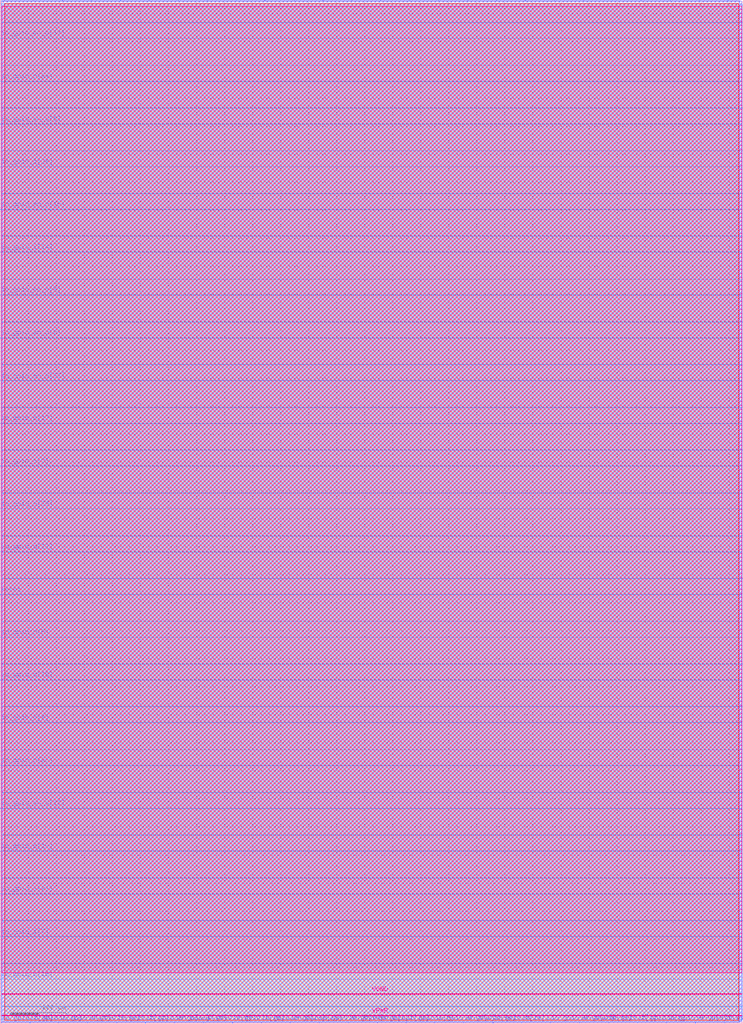
<source format=lef>
VERSION 5.7 ;
  NOWIREEXTENSIONATPIN ON ;
  DIVIDERCHAR "/" ;
  BUSBITCHARS "[]" ;
MACRO Ibtida_top_dffram_cv
  CLASS BLOCK ;
  FOREIGN Ibtida_top_dffram_cv ;
  ORIGIN 0.000 0.000 ;
  SIZE 2650.000 BY 3650.000 ;
  PIN clock
    DIRECTION INPUT ;
    PORT
      LAYER met3 ;
        RECT 2646.000 3568.680 2650.000 3569.280 ;
    END
  END clock
  PIN io_gpio_en_o[0]
    DIRECTION OUTPUT TRISTATE ;
    PORT
      LAYER met3 ;
        RECT 0.000 2443.960 4.000 2444.560 ;
    END
  END io_gpio_en_o[0]
  PIN io_gpio_en_o[10]
    DIRECTION OUTPUT TRISTATE ;
    PORT
      LAYER met2 ;
        RECT 118.770 3646.000 119.050 3650.000 ;
    END
  END io_gpio_en_o[10]
  PIN io_gpio_en_o[11]
    DIRECTION OUTPUT TRISTATE ;
    PORT
      LAYER met2 ;
        RECT 1667.130 3646.000 1667.410 3650.000 ;
    END
  END io_gpio_en_o[11]
  PIN io_gpio_en_o[12]
    DIRECTION OUTPUT TRISTATE ;
    PORT
      LAYER met3 ;
        RECT 0.000 765.720 4.000 766.320 ;
    END
  END io_gpio_en_o[12]
  PIN io_gpio_en_o[13]
    DIRECTION OUTPUT TRISTATE ;
    PORT
      LAYER met2 ;
        RECT 931.130 0.000 931.410 4.000 ;
    END
  END io_gpio_en_o[13]
  PIN io_gpio_en_o[14]
    DIRECTION OUTPUT TRISTATE ;
    PORT
      LAYER met2 ;
        RECT 1138.130 0.000 1138.410 4.000 ;
    END
  END io_gpio_en_o[14]
  PIN io_gpio_en_o[15]
    DIRECTION OUTPUT TRISTATE ;
    PORT
      LAYER met3 ;
        RECT 2646.000 1585.800 2650.000 1586.400 ;
    END
  END io_gpio_en_o[15]
  PIN io_gpio_en_o[16]
    DIRECTION OUTPUT TRISTATE ;
    PORT
      LAYER met3 ;
        RECT 2646.000 3416.360 2650.000 3416.960 ;
    END
  END io_gpio_en_o[16]
  PIN io_gpio_en_o[17]
    DIRECTION OUTPUT TRISTATE ;
    PORT
      LAYER met3 ;
        RECT 0.000 3512.920 4.000 3513.520 ;
    END
  END io_gpio_en_o[17]
  PIN io_gpio_en_o[18]
    DIRECTION OUTPUT TRISTATE ;
    PORT
      LAYER met3 ;
        RECT 0.000 2902.280 4.000 2902.880 ;
    END
  END io_gpio_en_o[18]
  PIN io_gpio_en_o[19]
    DIRECTION OUTPUT TRISTATE ;
    PORT
      LAYER met3 ;
        RECT 2646.000 2653.400 2650.000 2654.000 ;
    END
  END io_gpio_en_o[19]
  PIN io_gpio_en_o[1]
    DIRECTION OUTPUT TRISTATE ;
    PORT
      LAYER met2 ;
        RECT 1241.170 0.000 1241.450 4.000 ;
    END
  END io_gpio_en_o[1]
  PIN io_gpio_en_o[20]
    DIRECTION OUTPUT TRISTATE ;
    PORT
      LAYER met2 ;
        RECT 2183.250 3646.000 2183.530 3650.000 ;
    END
  END io_gpio_en_o[20]
  PIN io_gpio_en_o[21]
    DIRECTION OUTPUT TRISTATE ;
    PORT
      LAYER met3 ;
        RECT 2646.000 1128.840 2650.000 1129.440 ;
    END
  END io_gpio_en_o[21]
  PIN io_gpio_en_o[22]
    DIRECTION OUTPUT TRISTATE ;
    PORT
      LAYER met3 ;
        RECT 0.000 2291.640 4.000 2292.240 ;
    END
  END io_gpio_en_o[22]
  PIN io_gpio_en_o[23]
    DIRECTION OUTPUT TRISTATE ;
    PORT
      LAYER met2 ;
        RECT 221.810 3646.000 222.090 3650.000 ;
    END
  END io_gpio_en_o[23]
  PIN io_gpio_en_o[24]
    DIRECTION OUTPUT TRISTATE ;
    PORT
      LAYER met3 ;
        RECT 2646.000 3264.040 2650.000 3264.640 ;
    END
  END io_gpio_en_o[24]
  PIN io_gpio_en_o[25]
    DIRECTION OUTPUT TRISTATE ;
    PORT
      LAYER met2 ;
        RECT 1963.370 0.000 1963.650 4.000 ;
    END
  END io_gpio_en_o[25]
  PIN io_gpio_en_o[26]
    DIRECTION OUTPUT TRISTATE ;
    PORT
      LAYER met2 ;
        RECT 2582.530 0.000 2582.810 4.000 ;
    END
  END io_gpio_en_o[26]
  PIN io_gpio_en_o[27]
    DIRECTION OUTPUT TRISTATE ;
    PORT
      LAYER met2 ;
        RECT 634.890 3646.000 635.170 3650.000 ;
    END
  END io_gpio_en_o[27]
  PIN io_gpio_en_o[28]
    DIRECTION OUTPUT TRISTATE ;
    PORT
      LAYER met3 ;
        RECT 2646.000 2044.120 2650.000 2044.720 ;
    END
  END io_gpio_en_o[28]
  PIN io_gpio_en_o[29]
    DIRECTION OUTPUT TRISTATE ;
    PORT
      LAYER met2 ;
        RECT 2286.290 3646.000 2286.570 3650.000 ;
    END
  END io_gpio_en_o[29]
  PIN io_gpio_en_o[2]
    DIRECTION OUTPUT TRISTATE ;
    PORT
      LAYER met2 ;
        RECT 1550.290 0.000 1550.570 4.000 ;
    END
  END io_gpio_en_o[2]
  PIN io_gpio_en_o[30]
    DIRECTION OUTPUT TRISTATE ;
    PORT
      LAYER met2 ;
        RECT 15.730 3646.000 16.010 3650.000 ;
    END
  END io_gpio_en_o[30]
  PIN io_gpio_en_o[31]
    DIRECTION OUTPUT TRISTATE ;
    PORT
      LAYER met2 ;
        RECT 518.050 0.000 518.330 4.000 ;
    END
  END io_gpio_en_o[31]
  PIN io_gpio_en_o[3]
    DIRECTION OUTPUT TRISTATE ;
    PORT
      LAYER met3 ;
        RECT 2646.000 1738.120 2650.000 1738.720 ;
    END
  END io_gpio_en_o[3]
  PIN io_gpio_en_o[4]
    DIRECTION OUTPUT TRISTATE ;
    PORT
      LAYER met2 ;
        RECT 1460.130 3646.000 1460.410 3650.000 ;
    END
  END io_gpio_en_o[4]
  PIN io_gpio_en_o[5]
    DIRECTION OUTPUT TRISTATE ;
    PORT
      LAYER met3 ;
        RECT 0.000 2597.640 4.000 2598.240 ;
    END
  END io_gpio_en_o[5]
  PIN io_gpio_en_o[6]
    DIRECTION OUTPUT TRISTATE ;
    PORT
      LAYER met3 ;
        RECT 0.000 3206.920 4.000 3207.520 ;
    END
  END io_gpio_en_o[6]
  PIN io_gpio_en_o[7]
    DIRECTION OUTPUT TRISTATE ;
    PORT
      LAYER met2 ;
        RECT 1770.170 3646.000 1770.450 3650.000 ;
    END
  END io_gpio_en_o[7]
  PIN io_gpio_en_o[8]
    DIRECTION OUTPUT TRISTATE ;
    PORT
      LAYER met2 ;
        RECT 2376.450 0.000 2376.730 4.000 ;
    END
  END io_gpio_en_o[8]
  PIN io_gpio_en_o[9]
    DIRECTION OUTPUT TRISTATE ;
    PORT
      LAYER met2 ;
        RECT 944.010 3646.000 944.290 3650.000 ;
    END
  END io_gpio_en_o[9]
  PIN io_gpio_i[0]
    DIRECTION INPUT ;
    PORT
      LAYER met3 ;
        RECT 2646.000 59.880 2650.000 60.480 ;
    END
  END io_gpio_i[0]
  PIN io_gpio_i[10]
    DIRECTION INPUT ;
    PORT
      LAYER met2 ;
        RECT 1357.090 3646.000 1357.370 3650.000 ;
    END
  END io_gpio_i[10]
  PIN io_gpio_i[11]
    DIRECTION INPUT ;
    PORT
      LAYER met2 ;
        RECT 415.010 0.000 415.290 4.000 ;
    END
  END io_gpio_i[11]
  PIN io_gpio_i[12]
    DIRECTION INPUT ;
    PORT
      LAYER met2 ;
        RECT 311.970 0.000 312.250 4.000 ;
    END
  END io_gpio_i[12]
  PIN io_gpio_i[13]
    DIRECTION INPUT ;
    PORT
      LAYER met2 ;
        RECT 1344.210 0.000 1344.490 4.000 ;
    END
  END io_gpio_i[13]
  PIN io_gpio_i[14]
    DIRECTION INPUT ;
    PORT
      LAYER met3 ;
        RECT 0.000 2749.960 4.000 2750.560 ;
    END
  END io_gpio_i[14]
  PIN io_gpio_i[15]
    DIRECTION INPUT ;
    PORT
      LAYER met2 ;
        RECT 828.090 0.000 828.370 4.000 ;
    END
  END io_gpio_i[15]
  PIN io_gpio_i[16]
    DIRECTION INPUT ;
    PORT
      LAYER met2 ;
        RECT 622.010 0.000 622.290 4.000 ;
    END
  END io_gpio_i[16]
  PIN io_gpio_i[17]
    DIRECTION INPUT ;
    PORT
      LAYER met3 ;
        RECT 2646.000 3111.720 2650.000 3112.320 ;
    END
  END io_gpio_i[17]
  PIN io_gpio_i[18]
    DIRECTION INPUT ;
    PORT
      LAYER met2 ;
        RECT 105.890 0.000 106.170 4.000 ;
    END
  END io_gpio_i[18]
  PIN io_gpio_i[19]
    DIRECTION INPUT ;
    PORT
      LAYER met3 ;
        RECT 2646.000 975.160 2650.000 975.760 ;
    END
  END io_gpio_i[19]
  PIN io_gpio_i[1]
    DIRECTION INPUT ;
    PORT
      LAYER met2 ;
        RECT 2169.450 0.000 2169.730 4.000 ;
    END
  END io_gpio_i[1]
  PIN io_gpio_i[20]
    DIRECTION INPUT ;
    PORT
      LAYER met2 ;
        RECT 2595.410 3646.000 2595.690 3650.000 ;
    END
  END io_gpio_i[20]
  PIN io_gpio_i[21]
    DIRECTION INPUT ;
    PORT
      LAYER met3 ;
        RECT 0.000 461.080 4.000 461.680 ;
    END
  END io_gpio_i[21]
  PIN io_gpio_i[22]
    DIRECTION INPUT ;
    PORT
      LAYER met3 ;
        RECT 2646.000 822.840 2650.000 823.440 ;
    END
  END io_gpio_i[22]
  PIN io_gpio_i[23]
    DIRECTION INPUT ;
    PORT
      LAYER met2 ;
        RECT 2479.490 0.000 2479.770 4.000 ;
    END
  END io_gpio_i[23]
  PIN io_gpio_i[24]
    DIRECTION INPUT ;
    PORT
      LAYER met3 ;
        RECT 0.000 3054.600 4.000 3055.200 ;
    END
  END io_gpio_i[24]
  PIN io_gpio_i[25]
    DIRECTION INPUT ;
    PORT
      LAYER met2 ;
        RECT 1976.250 3646.000 1976.530 3650.000 ;
    END
  END io_gpio_i[25]
  PIN io_gpio_i[26]
    DIRECTION INPUT ;
    PORT
      LAYER met3 ;
        RECT 2646.000 670.520 2650.000 671.120 ;
    END
  END io_gpio_i[26]
  PIN io_gpio_i[27]
    DIRECTION INPUT ;
    PORT
      LAYER met3 ;
        RECT 2646.000 518.200 2650.000 518.800 ;
    END
  END io_gpio_i[27]
  PIN io_gpio_i[28]
    DIRECTION INPUT ;
    PORT
      LAYER met2 ;
        RECT 2492.370 3646.000 2492.650 3650.000 ;
    END
  END io_gpio_i[28]
  PIN io_gpio_i[29]
    DIRECTION INPUT ;
    PORT
      LAYER met3 ;
        RECT 2646.000 2348.760 2650.000 2349.360 ;
    END
  END io_gpio_i[29]
  PIN io_gpio_i[2]
    DIRECTION INPUT ;
    PORT
      LAYER met3 ;
        RECT 0.000 1987.000 4.000 1987.600 ;
    END
  END io_gpio_i[2]
  PIN io_gpio_i[30]
    DIRECTION INPUT ;
    PORT
      LAYER met2 ;
        RECT 2.850 0.000 3.130 4.000 ;
    END
  END io_gpio_i[30]
  PIN io_gpio_i[31]
    DIRECTION INPUT ;
    PORT
      LAYER met2 ;
        RECT 1047.970 3646.000 1048.250 3650.000 ;
    END
  END io_gpio_i[31]
  PIN io_gpio_i[3]
    DIRECTION INPUT ;
    PORT
      LAYER met2 ;
        RECT 725.050 0.000 725.330 4.000 ;
    END
  END io_gpio_i[3]
  PIN io_gpio_i[4]
    DIRECTION INPUT ;
    PORT
      LAYER met2 ;
        RECT 1254.050 3646.000 1254.330 3650.000 ;
    END
  END io_gpio_i[4]
  PIN io_gpio_i[5]
    DIRECTION INPUT ;
    PORT
      LAYER met2 ;
        RECT 1151.010 3646.000 1151.290 3650.000 ;
    END
  END io_gpio_i[5]
  PIN io_gpio_i[6]
    DIRECTION INPUT ;
    PORT
      LAYER met2 ;
        RECT 1447.250 0.000 1447.530 4.000 ;
    END
  END io_gpio_i[6]
  PIN io_gpio_i[7]
    DIRECTION INPUT ;
    PORT
      LAYER met3 ;
        RECT 0.000 308.760 4.000 309.360 ;
    END
  END io_gpio_i[7]
  PIN io_gpio_i[8]
    DIRECTION INPUT ;
    PORT
      LAYER met3 ;
        RECT 2646.000 2959.400 2650.000 2960.000 ;
    END
  END io_gpio_i[8]
  PIN io_gpio_i[9]
    DIRECTION INPUT ;
    PORT
      LAYER met2 ;
        RECT 428.810 3646.000 429.090 3650.000 ;
    END
  END io_gpio_i[9]
  PIN io_gpio_o[0]
    DIRECTION OUTPUT TRISTATE ;
    PORT
      LAYER met3 ;
        RECT 2646.000 212.200 2650.000 212.800 ;
    END
  END io_gpio_o[0]
  PIN io_gpio_o[10]
    DIRECTION OUTPUT TRISTATE ;
    PORT
      LAYER met3 ;
        RECT 0.000 613.400 4.000 614.000 ;
    END
  END io_gpio_o[10]
  PIN io_gpio_o[11]
    DIRECTION OUTPUT TRISTATE ;
    PORT
      LAYER met2 ;
        RECT 2389.330 3646.000 2389.610 3650.000 ;
    END
  END io_gpio_o[11]
  PIN io_gpio_o[12]
    DIRECTION OUTPUT TRISTATE ;
    PORT
      LAYER met3 ;
        RECT 0.000 1681.000 4.000 1681.600 ;
    END
  END io_gpio_o[12]
  PIN io_gpio_o[13]
    DIRECTION OUTPUT TRISTATE ;
    PORT
      LAYER met2 ;
        RECT 531.850 3646.000 532.130 3650.000 ;
    END
  END io_gpio_o[13]
  PIN io_gpio_o[14]
    DIRECTION OUTPUT TRISTATE ;
    PORT
      LAYER met2 ;
        RECT 1653.330 0.000 1653.610 4.000 ;
    END
  END io_gpio_o[14]
  PIN io_gpio_o[15]
    DIRECTION OUTPUT TRISTATE ;
    PORT
      LAYER met2 ;
        RECT 2079.290 3646.000 2079.570 3650.000 ;
    END
  END io_gpio_o[15]
  PIN io_gpio_o[16]
    DIRECTION OUTPUT TRISTATE ;
    PORT
      LAYER met3 ;
        RECT 0.000 156.440 4.000 157.040 ;
    END
  END io_gpio_o[16]
  PIN io_gpio_o[17]
    DIRECTION OUTPUT TRISTATE ;
    PORT
      LAYER met3 ;
        RECT 0.000 2139.320 4.000 2139.920 ;
    END
  END io_gpio_o[17]
  PIN io_gpio_o[18]
    DIRECTION OUTPUT TRISTATE ;
    PORT
      LAYER met3 ;
        RECT 0.000 1224.040 4.000 1224.640 ;
    END
  END io_gpio_o[18]
  PIN io_gpio_o[19]
    DIRECTION OUTPUT TRISTATE ;
    PORT
      LAYER met3 ;
        RECT 2646.000 1433.480 2650.000 1434.080 ;
    END
  END io_gpio_o[19]
  PIN io_gpio_o[1]
    DIRECTION OUTPUT TRISTATE ;
    PORT
      LAYER met2 ;
        RECT 1873.210 3646.000 1873.490 3650.000 ;
    END
  END io_gpio_o[1]
  PIN io_gpio_o[20]
    DIRECTION OUTPUT TRISTATE ;
    PORT
      LAYER met2 ;
        RECT 1034.170 0.000 1034.450 4.000 ;
    END
  END io_gpio_o[20]
  PIN io_gpio_o[21]
    DIRECTION OUTPUT TRISTATE ;
    PORT
      LAYER met3 ;
        RECT 2646.000 2807.080 2650.000 2807.680 ;
    END
  END io_gpio_o[21]
  PIN io_gpio_o[22]
    DIRECTION OUTPUT TRISTATE ;
    PORT
      LAYER met2 ;
        RECT 324.850 3646.000 325.130 3650.000 ;
    END
  END io_gpio_o[22]
  PIN io_gpio_o[23]
    DIRECTION OUTPUT TRISTATE ;
    PORT
      LAYER met3 ;
        RECT 0.000 919.400 4.000 920.000 ;
    END
  END io_gpio_o[23]
  PIN io_gpio_o[24]
    DIRECTION OUTPUT TRISTATE ;
    PORT
      LAYER met3 ;
        RECT 0.000 3359.240 4.000 3359.840 ;
    END
  END io_gpio_o[24]
  PIN io_gpio_o[25]
    DIRECTION OUTPUT TRISTATE ;
    PORT
      LAYER met2 ;
        RECT 1564.090 3646.000 1564.370 3650.000 ;
    END
  END io_gpio_o[25]
  PIN io_gpio_o[26]
    DIRECTION OUTPUT TRISTATE ;
    PORT
      LAYER met3 ;
        RECT 0.000 1834.680 4.000 1835.280 ;
    END
  END io_gpio_o[26]
  PIN io_gpio_o[27]
    DIRECTION OUTPUT TRISTATE ;
    PORT
      LAYER met2 ;
        RECT 208.930 0.000 209.210 4.000 ;
    END
  END io_gpio_o[27]
  PIN io_gpio_o[28]
    DIRECTION OUTPUT TRISTATE ;
    PORT
      LAYER met2 ;
        RECT 1757.290 0.000 1757.570 4.000 ;
    END
  END io_gpio_o[28]
  PIN io_gpio_o[29]
    DIRECTION OUTPUT TRISTATE ;
    PORT
      LAYER met2 ;
        RECT 737.930 3646.000 738.210 3650.000 ;
    END
  END io_gpio_o[29]
  PIN io_gpio_o[2]
    DIRECTION OUTPUT TRISTATE ;
    PORT
      LAYER met3 ;
        RECT 2646.000 2196.440 2650.000 2197.040 ;
    END
  END io_gpio_o[2]
  PIN io_gpio_o[30]
    DIRECTION OUTPUT TRISTATE ;
    PORT
      LAYER met3 ;
        RECT 2646.000 365.880 2650.000 366.480 ;
    END
  END io_gpio_o[30]
  PIN io_gpio_o[31]
    DIRECTION OUTPUT TRISTATE ;
    PORT
      LAYER met2 ;
        RECT 2066.410 0.000 2066.690 4.000 ;
    END
  END io_gpio_o[31]
  PIN io_gpio_o[3]
    DIRECTION OUTPUT TRISTATE ;
    PORT
      LAYER met3 ;
        RECT 2646.000 2501.080 2650.000 2501.680 ;
    END
  END io_gpio_o[3]
  PIN io_gpio_o[4]
    DIRECTION OUTPUT TRISTATE ;
    PORT
      LAYER met3 ;
        RECT 0.000 1071.720 4.000 1072.320 ;
    END
  END io_gpio_o[4]
  PIN io_gpio_o[5]
    DIRECTION OUTPUT TRISTATE ;
    PORT
      LAYER met3 ;
        RECT 0.000 1376.360 4.000 1376.960 ;
    END
  END io_gpio_o[5]
  PIN io_gpio_o[6]
    DIRECTION OUTPUT TRISTATE ;
    PORT
      LAYER met2 ;
        RECT 2273.410 0.000 2273.690 4.000 ;
    END
  END io_gpio_o[6]
  PIN io_gpio_o[7]
    DIRECTION OUTPUT TRISTATE ;
    PORT
      LAYER met3 ;
        RECT 2646.000 1281.160 2650.000 1281.760 ;
    END
  END io_gpio_o[7]
  PIN io_gpio_o[8]
    DIRECTION OUTPUT TRISTATE ;
    PORT
      LAYER met2 ;
        RECT 840.970 3646.000 841.250 3650.000 ;
    END
  END io_gpio_o[8]
  PIN io_gpio_o[9]
    DIRECTION OUTPUT TRISTATE ;
    PORT
      LAYER met3 ;
        RECT 2646.000 1890.440 2650.000 1891.040 ;
    END
  END io_gpio_o[9]
  PIN io_rx_i
    DIRECTION INPUT ;
    PORT
      LAYER met2 ;
        RECT 1860.330 0.000 1860.610 4.000 ;
    END
  END io_rx_i
  PIN reset
    DIRECTION INPUT ;
    PORT
      LAYER met3 ;
        RECT 0.000 1528.680 4.000 1529.280 ;
    END
  END reset
  PIN VPWR
    DIRECTION INPUT ;
    USE POWER ;
    PORT
      LAYER met5 ;
        RECT 5.520 26.490 2644.080 28.090 ;
    END
  END VPWR
  PIN VGND
    DIRECTION INPUT ;
    USE GROUND ;
    PORT
      LAYER met5 ;
        RECT 5.520 103.080 2644.080 104.680 ;
    END
  END VGND
  OBS
      LAYER li1 ;
        RECT 5.520 10.800 2644.080 3636.720 ;
      LAYER met1 ;
        RECT 2.830 4.460 2644.080 3645.780 ;
      LAYER met2 ;
        RECT 2.860 3645.720 15.450 3646.000 ;
        RECT 16.290 3645.720 118.490 3646.000 ;
        RECT 119.330 3645.720 221.530 3646.000 ;
        RECT 222.370 3645.720 324.570 3646.000 ;
        RECT 325.410 3645.720 428.530 3646.000 ;
        RECT 429.370 3645.720 531.570 3646.000 ;
        RECT 532.410 3645.720 634.610 3646.000 ;
        RECT 635.450 3645.720 737.650 3646.000 ;
        RECT 738.490 3645.720 840.690 3646.000 ;
        RECT 841.530 3645.720 943.730 3646.000 ;
        RECT 944.570 3645.720 1047.690 3646.000 ;
        RECT 1048.530 3645.720 1150.730 3646.000 ;
        RECT 1151.570 3645.720 1253.770 3646.000 ;
        RECT 1254.610 3645.720 1356.810 3646.000 ;
        RECT 1357.650 3645.720 1459.850 3646.000 ;
        RECT 1460.690 3645.720 1563.810 3646.000 ;
        RECT 1564.650 3645.720 1666.850 3646.000 ;
        RECT 1667.690 3645.720 1769.890 3646.000 ;
        RECT 1770.730 3645.720 1872.930 3646.000 ;
        RECT 1873.770 3645.720 1975.970 3646.000 ;
        RECT 1976.810 3645.720 2079.010 3646.000 ;
        RECT 2079.850 3645.720 2182.970 3646.000 ;
        RECT 2183.810 3645.720 2286.010 3646.000 ;
        RECT 2286.850 3645.720 2389.050 3646.000 ;
        RECT 2389.890 3645.720 2492.090 3646.000 ;
        RECT 2492.930 3645.720 2595.130 3646.000 ;
        RECT 2595.970 3645.720 2638.000 3646.000 ;
        RECT 2.860 4.280 2638.000 3645.720 ;
        RECT 3.410 4.000 105.610 4.280 ;
        RECT 106.450 4.000 208.650 4.280 ;
        RECT 209.490 4.000 311.690 4.280 ;
        RECT 312.530 4.000 414.730 4.280 ;
        RECT 415.570 4.000 517.770 4.280 ;
        RECT 518.610 4.000 621.730 4.280 ;
        RECT 622.570 4.000 724.770 4.280 ;
        RECT 725.610 4.000 827.810 4.280 ;
        RECT 828.650 4.000 930.850 4.280 ;
        RECT 931.690 4.000 1033.890 4.280 ;
        RECT 1034.730 4.000 1137.850 4.280 ;
        RECT 1138.690 4.000 1240.890 4.280 ;
        RECT 1241.730 4.000 1343.930 4.280 ;
        RECT 1344.770 4.000 1446.970 4.280 ;
        RECT 1447.810 4.000 1550.010 4.280 ;
        RECT 1550.850 4.000 1653.050 4.280 ;
        RECT 1653.890 4.000 1757.010 4.280 ;
        RECT 1757.850 4.000 1860.050 4.280 ;
        RECT 1860.890 4.000 1963.090 4.280 ;
        RECT 1963.930 4.000 2066.130 4.280 ;
        RECT 2066.970 4.000 2169.170 4.280 ;
        RECT 2170.010 4.000 2273.130 4.280 ;
        RECT 2273.970 4.000 2376.170 4.280 ;
        RECT 2377.010 4.000 2479.210 4.280 ;
        RECT 2480.050 4.000 2582.250 4.280 ;
        RECT 2583.090 4.000 2638.000 4.280 ;
      LAYER met3 ;
        RECT 4.000 3569.680 2646.000 3636.805 ;
        RECT 4.000 3568.280 2645.600 3569.680 ;
        RECT 4.000 3513.920 2646.000 3568.280 ;
        RECT 4.400 3512.520 2646.000 3513.920 ;
        RECT 4.000 3417.360 2646.000 3512.520 ;
        RECT 4.000 3415.960 2645.600 3417.360 ;
        RECT 4.000 3360.240 2646.000 3415.960 ;
        RECT 4.400 3358.840 2646.000 3360.240 ;
        RECT 4.000 3265.040 2646.000 3358.840 ;
        RECT 4.000 3263.640 2645.600 3265.040 ;
        RECT 4.000 3207.920 2646.000 3263.640 ;
        RECT 4.400 3206.520 2646.000 3207.920 ;
        RECT 4.000 3112.720 2646.000 3206.520 ;
        RECT 4.000 3111.320 2645.600 3112.720 ;
        RECT 4.000 3055.600 2646.000 3111.320 ;
        RECT 4.400 3054.200 2646.000 3055.600 ;
        RECT 4.000 2960.400 2646.000 3054.200 ;
        RECT 4.000 2959.000 2645.600 2960.400 ;
        RECT 4.000 2903.280 2646.000 2959.000 ;
        RECT 4.400 2901.880 2646.000 2903.280 ;
        RECT 4.000 2808.080 2646.000 2901.880 ;
        RECT 4.000 2806.680 2645.600 2808.080 ;
        RECT 4.000 2750.960 2646.000 2806.680 ;
        RECT 4.400 2749.560 2646.000 2750.960 ;
        RECT 4.000 2654.400 2646.000 2749.560 ;
        RECT 4.000 2653.000 2645.600 2654.400 ;
        RECT 4.000 2598.640 2646.000 2653.000 ;
        RECT 4.400 2597.240 2646.000 2598.640 ;
        RECT 4.000 2502.080 2646.000 2597.240 ;
        RECT 4.000 2500.680 2645.600 2502.080 ;
        RECT 4.000 2444.960 2646.000 2500.680 ;
        RECT 4.400 2443.560 2646.000 2444.960 ;
        RECT 4.000 2349.760 2646.000 2443.560 ;
        RECT 4.000 2348.360 2645.600 2349.760 ;
        RECT 4.000 2292.640 2646.000 2348.360 ;
        RECT 4.400 2291.240 2646.000 2292.640 ;
        RECT 4.000 2197.440 2646.000 2291.240 ;
        RECT 4.000 2196.040 2645.600 2197.440 ;
        RECT 4.000 2140.320 2646.000 2196.040 ;
        RECT 4.400 2138.920 2646.000 2140.320 ;
        RECT 4.000 2045.120 2646.000 2138.920 ;
        RECT 4.000 2043.720 2645.600 2045.120 ;
        RECT 4.000 1988.000 2646.000 2043.720 ;
        RECT 4.400 1986.600 2646.000 1988.000 ;
        RECT 4.000 1891.440 2646.000 1986.600 ;
        RECT 4.000 1890.040 2645.600 1891.440 ;
        RECT 4.000 1835.680 2646.000 1890.040 ;
        RECT 4.400 1834.280 2646.000 1835.680 ;
        RECT 4.000 1739.120 2646.000 1834.280 ;
        RECT 4.000 1737.720 2645.600 1739.120 ;
        RECT 4.000 1682.000 2646.000 1737.720 ;
        RECT 4.400 1680.600 2646.000 1682.000 ;
        RECT 4.000 1586.800 2646.000 1680.600 ;
        RECT 4.000 1585.400 2645.600 1586.800 ;
        RECT 4.000 1529.680 2646.000 1585.400 ;
        RECT 4.400 1528.280 2646.000 1529.680 ;
        RECT 4.000 1434.480 2646.000 1528.280 ;
        RECT 4.000 1433.080 2645.600 1434.480 ;
        RECT 4.000 1377.360 2646.000 1433.080 ;
        RECT 4.400 1375.960 2646.000 1377.360 ;
        RECT 4.000 1282.160 2646.000 1375.960 ;
        RECT 4.000 1280.760 2645.600 1282.160 ;
        RECT 4.000 1225.040 2646.000 1280.760 ;
        RECT 4.400 1223.640 2646.000 1225.040 ;
        RECT 4.000 1129.840 2646.000 1223.640 ;
        RECT 4.000 1128.440 2645.600 1129.840 ;
        RECT 4.000 1072.720 2646.000 1128.440 ;
        RECT 4.400 1071.320 2646.000 1072.720 ;
        RECT 4.000 976.160 2646.000 1071.320 ;
        RECT 4.000 974.760 2645.600 976.160 ;
        RECT 4.000 920.400 2646.000 974.760 ;
        RECT 4.400 919.000 2646.000 920.400 ;
        RECT 4.000 823.840 2646.000 919.000 ;
        RECT 4.000 822.440 2645.600 823.840 ;
        RECT 4.000 766.720 2646.000 822.440 ;
        RECT 4.400 765.320 2646.000 766.720 ;
        RECT 4.000 671.520 2646.000 765.320 ;
        RECT 4.000 670.120 2645.600 671.520 ;
        RECT 4.000 614.400 2646.000 670.120 ;
        RECT 4.400 613.000 2646.000 614.400 ;
        RECT 4.000 519.200 2646.000 613.000 ;
        RECT 4.000 517.800 2645.600 519.200 ;
        RECT 4.000 462.080 2646.000 517.800 ;
        RECT 4.400 460.680 2646.000 462.080 ;
        RECT 4.000 366.880 2646.000 460.680 ;
        RECT 4.000 365.480 2645.600 366.880 ;
        RECT 4.000 309.760 2646.000 365.480 ;
        RECT 4.400 308.360 2646.000 309.760 ;
        RECT 4.000 213.200 2646.000 308.360 ;
        RECT 4.000 211.800 2645.600 213.200 ;
        RECT 4.000 157.440 2646.000 211.800 ;
        RECT 4.400 156.040 2646.000 157.440 ;
        RECT 4.000 60.880 2646.000 156.040 ;
        RECT 4.000 59.480 2645.600 60.880 ;
        RECT 4.000 10.715 2646.000 59.480 ;
      LAYER met4 ;
        RECT 16.855 10.640 2633.840 3636.880 ;
      LAYER met5 ;
        RECT 5.520 179.670 2644.080 3627.820 ;
  END
END Ibtida_top_dffram_cv
END LIBRARY


</source>
